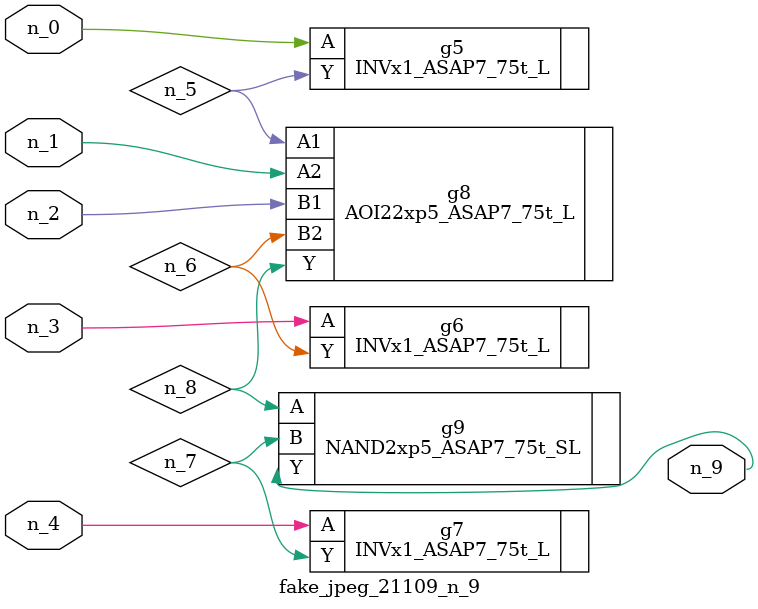
<source format=v>
module fake_jpeg_21109_n_9 (n_3, n_2, n_1, n_0, n_4, n_9);

input n_3;
input n_2;
input n_1;
input n_0;
input n_4;

output n_9;

wire n_8;
wire n_6;
wire n_5;
wire n_7;

INVx1_ASAP7_75t_L g5 ( 
.A(n_0),
.Y(n_5)
);

INVx1_ASAP7_75t_L g6 ( 
.A(n_3),
.Y(n_6)
);

INVx1_ASAP7_75t_L g7 ( 
.A(n_4),
.Y(n_7)
);

AOI22xp5_ASAP7_75t_L g8 ( 
.A1(n_5),
.A2(n_1),
.B1(n_2),
.B2(n_6),
.Y(n_8)
);

NAND2xp5_ASAP7_75t_SL g9 ( 
.A(n_8),
.B(n_7),
.Y(n_9)
);


endmodule
</source>
